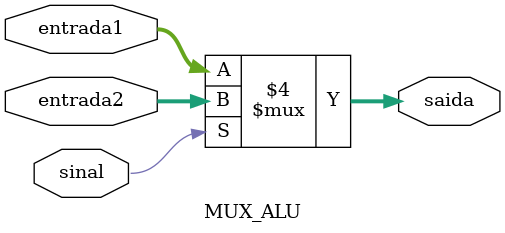
<source format=v>
module MUX_ALU(entrada1, entrada2, sinal, saida);

	input [31:0] entrada1, entrada2;
	input sinal;
	output reg [31:0] saida;
	
	always @(*)
		if(sinal == 1'b0)
			saida = entrada1;
		else
			saida = entrada2;			

endmodule 
</source>
